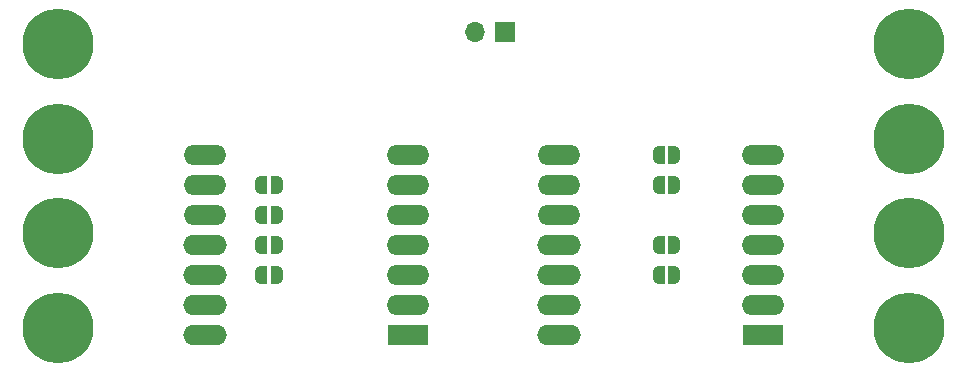
<source format=gbr>
%TF.GenerationSoftware,KiCad,Pcbnew,7.0.5-0*%
%TF.CreationDate,2023-07-26T01:41:50+02:00*%
%TF.ProjectId,esp32c3-wifi-dev,65737033-3263-4332-9d77-6966692d6465,rev?*%
%TF.SameCoordinates,Original*%
%TF.FileFunction,Soldermask,Bot*%
%TF.FilePolarity,Negative*%
%FSLAX46Y46*%
G04 Gerber Fmt 4.6, Leading zero omitted, Abs format (unit mm)*
G04 Created by KiCad (PCBNEW 7.0.5-0) date 2023-07-26 01:41:50*
%MOMM*%
%LPD*%
G01*
G04 APERTURE LIST*
G04 Aperture macros list*
%AMFreePoly0*
4,1,19,0.500000,-0.750000,0.000000,-0.750000,0.000000,-0.744911,-0.071157,-0.744911,-0.207708,-0.704816,-0.327430,-0.627875,-0.420627,-0.520320,-0.479746,-0.390866,-0.500000,-0.250000,-0.500000,0.250000,-0.479746,0.390866,-0.420627,0.520320,-0.327430,0.627875,-0.207708,0.704816,-0.071157,0.744911,0.000000,0.744911,0.000000,0.750000,0.500000,0.750000,0.500000,-0.750000,0.500000,-0.750000,
$1*%
%AMFreePoly1*
4,1,19,0.000000,0.744911,0.071157,0.744911,0.207708,0.704816,0.327430,0.627875,0.420627,0.520320,0.479746,0.390866,0.500000,0.250000,0.500000,-0.250000,0.479746,-0.390866,0.420627,-0.520320,0.327430,-0.627875,0.207708,-0.704816,0.071157,-0.744911,0.000000,-0.744911,0.000000,-0.750000,-0.500000,-0.750000,-0.500000,0.750000,0.000000,0.750000,0.000000,0.744911,0.000000,0.744911,
$1*%
G04 Aperture macros list end*
%ADD10R,3.500000X1.700000*%
%ADD11O,3.600000X1.700000*%
%ADD12O,3.700000X1.700000*%
%ADD13C,6.000000*%
%ADD14R,1.700000X1.700000*%
%ADD15O,1.700000X1.700000*%
%ADD16FreePoly0,0.000000*%
%ADD17FreePoly1,0.000000*%
G04 APERTURE END LIST*
D10*
%TO.C,U2*%
X203625000Y-88620000D03*
D11*
X203625000Y-86080000D03*
X203625000Y-83540000D03*
X203625000Y-81000000D03*
X203625000Y-78460000D03*
X203625000Y-75920000D03*
X203625000Y-73380000D03*
X186375000Y-73380000D03*
X186375000Y-75920000D03*
X186375000Y-78460000D03*
D12*
X186375000Y-81000000D03*
X186375000Y-83540000D03*
X186375000Y-86080000D03*
X186375000Y-88620000D03*
%TD*%
D13*
%TO.C,J2*%
X144000000Y-64000000D03*
X144000000Y-72000000D03*
X144000000Y-80000000D03*
X144000000Y-88000000D03*
%TD*%
%TO.C,J3*%
X216000000Y-64000000D03*
X216000000Y-72000000D03*
X216000000Y-80000000D03*
X216000000Y-88000000D03*
%TD*%
D10*
%TO.C,U1*%
X173625000Y-88620000D03*
D11*
X173625000Y-86080000D03*
X173625000Y-83540000D03*
X173625000Y-81000000D03*
X173625000Y-78460000D03*
X173625000Y-75920000D03*
X173625000Y-73380000D03*
X156375000Y-73380000D03*
X156375000Y-75920000D03*
X156375000Y-78460000D03*
D12*
X156375000Y-81000000D03*
X156375000Y-83540000D03*
X156375000Y-86080000D03*
X156375000Y-88620000D03*
%TD*%
D14*
%TO.C,J1*%
X181805000Y-63000000D03*
D15*
X179265000Y-63000000D03*
%TD*%
D16*
%TO.C,JP3*%
X161185000Y-81000000D03*
D17*
X162485000Y-81000000D03*
%TD*%
D16*
%TO.C,JP2*%
X194825000Y-73380000D03*
D17*
X196125000Y-73380000D03*
%TD*%
D16*
%TO.C,JP4*%
X161185000Y-78460000D03*
D17*
X162485000Y-78460000D03*
%TD*%
D16*
%TO.C,JP6*%
X161185000Y-83540000D03*
D17*
X162485000Y-83540000D03*
%TD*%
D16*
%TO.C,JP1*%
X194825000Y-75920000D03*
D17*
X196125000Y-75920000D03*
%TD*%
D16*
%TO.C,JP7*%
X194825000Y-83540000D03*
D17*
X196125000Y-83540000D03*
%TD*%
D16*
%TO.C,JP5*%
X161185000Y-75920000D03*
D17*
X162485000Y-75920000D03*
%TD*%
D16*
%TO.C,JP8*%
X194825000Y-81000000D03*
D17*
X196125000Y-81000000D03*
%TD*%
M02*

</source>
